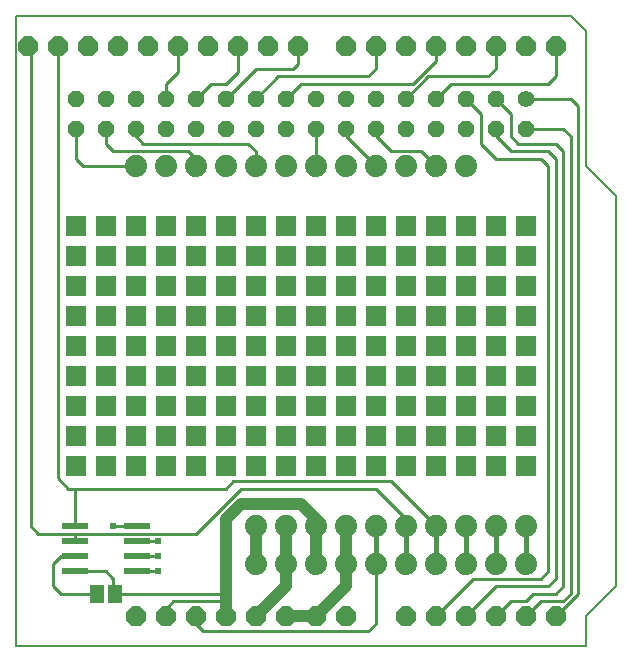
<source format=gtl>
G75*
G70*
%OFA0B0*%
%FSLAX24Y24*%
%IPPOS*%
%LPD*%
%AMOC8*
5,1,8,0,0,1.08239X$1,22.5*
%
%ADD10C,0.0060*%
%ADD11R,0.0870X0.0240*%
%ADD12R,0.0460X0.0630*%
%ADD13OC8,0.0660*%
%ADD14C,0.0560*%
%ADD15OC8,0.0560*%
%ADD16C,0.0740*%
%ADD17C,0.0400*%
%ADD18C,0.0100*%
%ADD19C,0.0238*%
%ADD20C,0.0160*%
%ADD21R,0.0650X0.0650*%
D10*
X007500Y000500D02*
X026500Y000500D01*
X026500Y001500D01*
X027500Y002500D01*
X027500Y015500D01*
X026500Y016500D01*
X026500Y021000D01*
X026000Y021500D01*
X007500Y021500D01*
X007500Y000500D01*
D11*
X009470Y003000D03*
X009470Y003500D03*
X009470Y004000D03*
X009470Y004500D03*
X011530Y004500D03*
X011530Y004000D03*
X011530Y003500D03*
X011530Y003000D03*
D12*
X010800Y002250D03*
X010200Y002250D03*
D13*
X011500Y001500D03*
X012500Y001500D03*
X013500Y001500D03*
X014500Y001500D03*
X015500Y001500D03*
X016500Y001500D03*
X017500Y001500D03*
X018500Y001500D03*
X020500Y001500D03*
X021500Y001500D03*
X022500Y001500D03*
X023500Y001500D03*
X024500Y001500D03*
X025500Y001500D03*
X025500Y020500D03*
X024500Y020500D03*
X023500Y020500D03*
X022500Y020500D03*
X021500Y020500D03*
X020500Y020500D03*
X019500Y020500D03*
X018500Y020500D03*
X016900Y020500D03*
X015900Y020500D03*
X014900Y020500D03*
X013900Y020500D03*
X012900Y020500D03*
X011900Y020500D03*
X010900Y020500D03*
X009900Y020500D03*
X008900Y020500D03*
X007900Y020500D03*
D14*
X024500Y018750D03*
D15*
X023500Y018750D03*
X023500Y017750D03*
X024500Y017750D03*
X022500Y017750D03*
X022500Y018750D03*
X021500Y018750D03*
X020500Y018750D03*
X020500Y017750D03*
X021500Y017750D03*
X019500Y017750D03*
X019500Y018750D03*
X018500Y018750D03*
X017500Y018750D03*
X017500Y017750D03*
X018500Y017750D03*
X016500Y017750D03*
X015500Y017750D03*
X015500Y018750D03*
X016500Y018750D03*
X014500Y018750D03*
X014500Y017750D03*
X013500Y017750D03*
X012500Y017750D03*
X012500Y018750D03*
X013500Y018750D03*
X011500Y018750D03*
X010500Y018750D03*
X010500Y017750D03*
X011500Y017750D03*
X009500Y017750D03*
X009500Y018750D03*
D16*
X011500Y016500D03*
X012500Y016500D03*
X013500Y016500D03*
X014500Y016500D03*
X015500Y016500D03*
X016500Y016500D03*
X017500Y016500D03*
X018500Y016500D03*
X019500Y016500D03*
X020500Y016500D03*
X021500Y016500D03*
X022500Y016500D03*
X022500Y004500D03*
X021500Y004500D03*
X020500Y004500D03*
X019500Y004500D03*
X018500Y004500D03*
X017500Y004500D03*
X016500Y004500D03*
X015500Y004500D03*
X015500Y003250D03*
X016500Y003250D03*
X017500Y003250D03*
X018500Y003250D03*
X019500Y003250D03*
X020500Y003250D03*
X021500Y003250D03*
X022500Y003250D03*
X023500Y003250D03*
X024500Y003250D03*
X024500Y004500D03*
X023500Y004500D03*
D17*
X018500Y004500D02*
X018500Y003250D01*
X018500Y002500D01*
X017500Y001500D01*
X016500Y001500D01*
X015500Y001500D02*
X016500Y002500D01*
X016500Y003250D01*
X016500Y004500D01*
X015500Y004500D02*
X015500Y003250D01*
X014500Y002250D02*
X014500Y004750D01*
X015000Y005250D01*
X017000Y005250D01*
X017500Y004750D01*
X017500Y004500D01*
X017500Y003250D01*
X014500Y002250D02*
X014500Y002000D01*
X014500Y001500D01*
D18*
X014500Y002000D02*
X012750Y002000D01*
X012500Y001750D01*
X012500Y001500D01*
X013500Y001500D02*
X013500Y001250D01*
X013750Y001000D01*
X019250Y001000D01*
X019500Y001250D01*
X019500Y003250D01*
X020500Y004500D02*
X020500Y004750D01*
X019750Y005500D01*
X019500Y005750D01*
X015000Y005750D01*
X013500Y004250D01*
X009500Y004250D01*
X009470Y004220D01*
X009470Y004000D01*
X009500Y004250D02*
X008250Y004250D01*
X008000Y004500D01*
X008000Y020400D01*
X007900Y020500D01*
X008900Y020500D02*
X008900Y006100D01*
X009250Y005750D01*
X009500Y005750D01*
X009470Y005720D01*
X009470Y004500D01*
X009470Y003500D02*
X009000Y003500D01*
X008750Y003250D01*
X008750Y002500D01*
X009000Y002250D01*
X010200Y002250D01*
X010750Y002300D02*
X010750Y002750D01*
X010500Y003000D01*
X009470Y003000D01*
X010750Y002300D02*
X010800Y002250D01*
X014500Y002250D01*
X012250Y003000D02*
X011530Y003000D01*
X011530Y003500D02*
X012250Y003500D01*
X012250Y004000D02*
X011530Y004000D01*
X011530Y004500D02*
X010750Y004500D01*
X009500Y005750D02*
X014500Y005750D01*
X014750Y006000D01*
X020000Y006000D01*
X021500Y004500D01*
X022750Y002750D02*
X021500Y001500D01*
X022500Y001500D02*
X023500Y002500D01*
X025250Y002500D01*
X025500Y002750D01*
X025500Y016750D01*
X025250Y017000D01*
X024000Y017000D01*
X023500Y017500D01*
X023500Y017750D01*
X024000Y017500D02*
X024250Y017250D01*
X025500Y017250D01*
X025750Y017000D01*
X025750Y002500D01*
X025500Y002250D01*
X024750Y002250D01*
X024500Y002000D01*
X024000Y002000D01*
X023500Y001500D01*
X024500Y001500D02*
X025000Y002000D01*
X025750Y002000D01*
X026000Y002250D01*
X026000Y017500D01*
X025750Y017750D01*
X024500Y017750D01*
X024000Y017500D02*
X024000Y018250D01*
X023500Y018750D01*
X023000Y018250D02*
X023000Y017250D01*
X023500Y016750D01*
X025000Y016750D01*
X025250Y016500D01*
X025250Y003000D01*
X025000Y002750D01*
X022750Y002750D01*
X025500Y001500D02*
X026250Y002250D01*
X026250Y018500D01*
X026000Y018750D01*
X024500Y018750D01*
X025250Y019250D02*
X025500Y019500D01*
X025500Y020500D01*
X025250Y019250D02*
X022000Y019250D01*
X021500Y018750D01*
X020750Y019250D02*
X021250Y019750D01*
X021500Y020000D01*
X021500Y020500D01*
X021250Y019500D02*
X023250Y019500D01*
X023500Y019750D01*
X023500Y020500D01*
X022500Y018750D02*
X023000Y018250D01*
X021250Y019500D02*
X020500Y018750D01*
X020750Y019250D02*
X017000Y019250D01*
X016500Y018750D01*
X016250Y019500D02*
X015500Y018750D01*
X014500Y018750D02*
X015500Y019750D01*
X016750Y019750D01*
X016900Y019900D01*
X016900Y020500D01*
X016250Y019500D02*
X019250Y019500D01*
X019500Y019750D01*
X019500Y020500D01*
X019500Y017750D02*
X019500Y017500D01*
X020000Y017000D01*
X021000Y017000D01*
X021500Y016500D01*
X019500Y016500D02*
X018500Y017500D01*
X018500Y017750D01*
X017500Y017750D02*
X017500Y016500D01*
X015500Y016500D02*
X015500Y017000D01*
X015250Y017250D01*
X011750Y017250D01*
X011500Y017500D01*
X011500Y017750D01*
X010500Y017750D02*
X010500Y017250D01*
X010750Y017000D01*
X013250Y017000D01*
X013500Y016750D01*
X013500Y016500D01*
X011500Y016500D02*
X009750Y016500D01*
X009500Y016750D01*
X009500Y017750D01*
X012500Y018750D02*
X012500Y019250D01*
X012900Y019650D01*
X012900Y020500D01*
X014000Y019250D02*
X013500Y018750D01*
X014000Y019250D02*
X014500Y019250D01*
X014900Y019650D01*
X014900Y020500D01*
D19*
X010750Y004500D03*
X012250Y004000D03*
X012250Y003500D03*
X012250Y003000D03*
D20*
X019500Y003250D02*
X019500Y004500D01*
X020500Y004500D02*
X020500Y003250D01*
X021500Y003250D02*
X021500Y004500D01*
X022500Y004500D02*
X022500Y003250D01*
X023500Y003250D02*
X023500Y004500D01*
X024500Y004500D02*
X024500Y003250D01*
D21*
X024500Y006500D03*
X023500Y006500D03*
X023500Y007500D03*
X024500Y007500D03*
X024500Y008500D03*
X023500Y008500D03*
X023500Y009500D03*
X024500Y009500D03*
X024500Y010500D03*
X023500Y010500D03*
X022500Y010500D03*
X021500Y010500D03*
X020500Y010500D03*
X019500Y010500D03*
X018500Y010500D03*
X017500Y010500D03*
X016500Y010500D03*
X015500Y010500D03*
X014500Y010500D03*
X013500Y010500D03*
X012500Y010500D03*
X011500Y010500D03*
X010500Y010500D03*
X009500Y010500D03*
X009500Y009500D03*
X009500Y008500D03*
X010500Y008500D03*
X011500Y008500D03*
X011500Y009500D03*
X010500Y009500D03*
X012500Y009500D03*
X013500Y009500D03*
X013500Y008500D03*
X012500Y008500D03*
X012500Y007500D03*
X013500Y007500D03*
X013500Y006500D03*
X012500Y006500D03*
X011500Y006500D03*
X010500Y006500D03*
X010500Y007500D03*
X011500Y007500D03*
X009500Y007500D03*
X009500Y006500D03*
X014500Y006500D03*
X014500Y007500D03*
X015500Y007500D03*
X016500Y007500D03*
X016500Y006500D03*
X015500Y006500D03*
X017500Y006500D03*
X018500Y006500D03*
X018500Y007500D03*
X017500Y007500D03*
X017500Y008500D03*
X018500Y008500D03*
X018500Y009500D03*
X017500Y009500D03*
X016500Y009500D03*
X015500Y009500D03*
X015500Y008500D03*
X016500Y008500D03*
X014500Y008500D03*
X014500Y009500D03*
X014500Y011500D03*
X014500Y012500D03*
X013500Y012500D03*
X012500Y012500D03*
X012500Y011500D03*
X013500Y011500D03*
X011500Y011500D03*
X010500Y011500D03*
X010500Y012500D03*
X011500Y012500D03*
X011500Y013500D03*
X010500Y013500D03*
X009500Y013500D03*
X009500Y012500D03*
X009500Y011500D03*
X012500Y013500D03*
X013500Y013500D03*
X014500Y013500D03*
X015500Y013500D03*
X016500Y013500D03*
X017500Y013500D03*
X018500Y013500D03*
X019500Y013500D03*
X020500Y013500D03*
X021500Y013500D03*
X022500Y013500D03*
X023500Y013500D03*
X024500Y013500D03*
X024500Y012500D03*
X023500Y012500D03*
X023500Y011500D03*
X024500Y011500D03*
X022500Y011500D03*
X022500Y012500D03*
X021500Y012500D03*
X020500Y012500D03*
X020500Y011500D03*
X021500Y011500D03*
X019500Y011500D03*
X019500Y012500D03*
X018500Y012500D03*
X017500Y012500D03*
X017500Y011500D03*
X018500Y011500D03*
X016500Y011500D03*
X015500Y011500D03*
X015500Y012500D03*
X016500Y012500D03*
X016500Y014500D03*
X015500Y014500D03*
X014500Y014500D03*
X013500Y014500D03*
X012500Y014500D03*
X011500Y014500D03*
X010500Y014500D03*
X009500Y014500D03*
X017500Y014500D03*
X018500Y014500D03*
X019500Y014500D03*
X020500Y014500D03*
X021500Y014500D03*
X022500Y014500D03*
X023500Y014500D03*
X024500Y014500D03*
X022500Y009500D03*
X022500Y008500D03*
X021500Y008500D03*
X020500Y008500D03*
X020500Y009500D03*
X021500Y009500D03*
X019500Y009500D03*
X019500Y008500D03*
X019500Y007500D03*
X019500Y006500D03*
X020500Y006500D03*
X021500Y006500D03*
X021500Y007500D03*
X020500Y007500D03*
X022500Y007500D03*
X022500Y006500D03*
M02*

</source>
